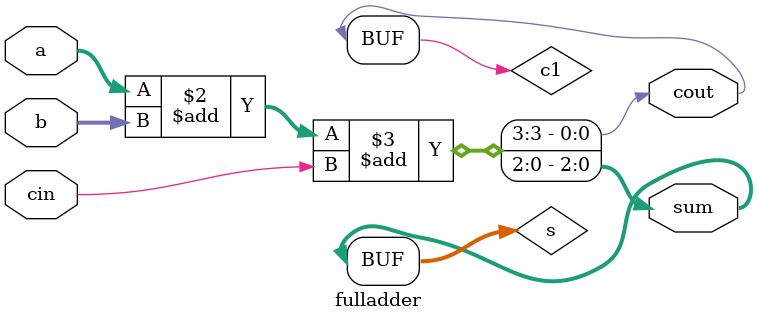
<source format=sv>
module fulladder #(parameter N=3)
						(input  logic [N-1:0] a, b,
						 input  logic         cin,
						 output logic [N-1:0] sum, 
						 output logic         cout);
						
logic [N-1:0] s;
logic c1;

always_comb begin
	{c1, s} = a + b + cin;
end

assign sum = s;
assign cout = c1;

endmodule
</source>
